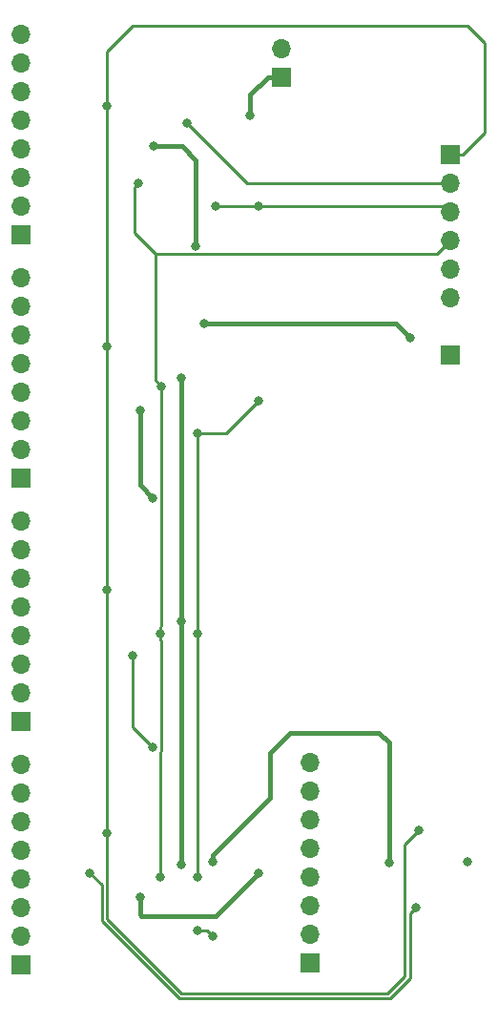
<source format=gbr>
G04 #@! TF.GenerationSoftware,KiCad,Pcbnew,5.0.2-bee76a0~70~ubuntu18.04.1*
G04 #@! TF.CreationDate,2019-01-09T10:49:10-06:00*
G04 #@! TF.ProjectId,giant,6769616e-742e-46b6-9963-61645f706362,rev?*
G04 #@! TF.SameCoordinates,Original*
G04 #@! TF.FileFunction,Copper,L2,Bot*
G04 #@! TF.FilePolarity,Positive*
%FSLAX46Y46*%
G04 Gerber Fmt 4.6, Leading zero omitted, Abs format (unit mm)*
G04 Created by KiCad (PCBNEW 5.0.2-bee76a0~70~ubuntu18.04.1) date Wed 09 Jan 2019 10:49:10 AM CST*
%MOMM*%
%LPD*%
G01*
G04 APERTURE LIST*
G04 #@! TA.AperFunction,ComponentPad*
%ADD10R,1.700000X1.700000*%
G04 #@! TD*
G04 #@! TA.AperFunction,ComponentPad*
%ADD11O,1.700000X1.700000*%
G04 #@! TD*
G04 #@! TA.AperFunction,ViaPad*
%ADD12C,0.800000*%
G04 #@! TD*
G04 #@! TA.AperFunction,Conductor*
%ADD13C,0.250000*%
G04 #@! TD*
G04 #@! TA.AperFunction,Conductor*
%ADD14C,0.400000*%
G04 #@! TD*
G04 APERTURE END LIST*
D10*
G04 #@! TO.P,J2,1*
G04 #@! TO.N,Net-(IC1-Pad3)*
X104140000Y-107188000D03*
G04 #@! TD*
D11*
G04 #@! TO.P,J1,2*
G04 #@! TO.N,Net-(C1-Pad2)*
X89154000Y-80010000D03*
D10*
G04 #@! TO.P,J1,1*
G04 #@! TO.N,Net-(C1-Pad1)*
X89154000Y-82550000D03*
G04 #@! TD*
G04 #@! TO.P,J3,1*
G04 #@! TO.N,Net-(J3-Pad1)*
X104140000Y-89408000D03*
D11*
G04 #@! TO.P,J3,2*
G04 #@! TO.N,Net-(J3-Pad2)*
X104140000Y-91948000D03*
G04 #@! TO.P,J3,3*
G04 #@! TO.N,Net-(J3-Pad3)*
X104140000Y-94488000D03*
G04 #@! TO.P,J3,4*
G04 #@! TO.N,Net-(J3-Pad4)*
X104140000Y-97028000D03*
G04 #@! TO.P,J3,5*
G04 #@! TO.N,Net-(IC1-Pad3)*
X104140000Y-99568000D03*
G04 #@! TO.P,J3,6*
G04 #@! TO.N,Net-(C1-Pad1)*
X104140000Y-102108000D03*
G04 #@! TD*
D10*
G04 #@! TO.P,segment5,1*
G04 #@! TO.N,Net-(R40-Pad1)*
X91666561Y-161150629D03*
D11*
G04 #@! TO.P,segment5,2*
G04 #@! TO.N,Net-(R39-Pad1)*
X91666561Y-158610629D03*
G04 #@! TO.P,segment5,3*
G04 #@! TO.N,Net-(R38-Pad1)*
X91666561Y-156070629D03*
G04 #@! TO.P,segment5,4*
G04 #@! TO.N,Net-(R37-Pad1)*
X91666561Y-153530629D03*
G04 #@! TO.P,segment5,5*
G04 #@! TO.N,Net-(R36-Pad1)*
X91666561Y-150990629D03*
G04 #@! TO.P,segment5,6*
G04 #@! TO.N,Net-(R35-Pad1)*
X91666561Y-148450629D03*
G04 #@! TO.P,segment5,7*
G04 #@! TO.N,Net-(R34-Pad1)*
X91666561Y-145910629D03*
G04 #@! TO.P,segment5,8*
G04 #@! TO.N,Net-(R33-Pad1)*
X91666561Y-143370629D03*
G04 #@! TD*
G04 #@! TO.P,segment1,8*
G04 #@! TO.N,Net-(R1-Pad1)*
X66040000Y-78740000D03*
G04 #@! TO.P,segment1,7*
G04 #@! TO.N,Net-(R2-Pad1)*
X66040000Y-81280000D03*
G04 #@! TO.P,segment1,6*
G04 #@! TO.N,Net-(R3-Pad1)*
X66040000Y-83820000D03*
G04 #@! TO.P,segment1,5*
G04 #@! TO.N,Net-(R4-Pad1)*
X66040000Y-86360000D03*
G04 #@! TO.P,segment1,4*
G04 #@! TO.N,Net-(R5-Pad1)*
X66040000Y-88900000D03*
G04 #@! TO.P,segment1,3*
G04 #@! TO.N,Net-(R6-Pad1)*
X66040000Y-91440000D03*
G04 #@! TO.P,segment1,2*
G04 #@! TO.N,Net-(R7-Pad1)*
X66040000Y-93980000D03*
D10*
G04 #@! TO.P,segment1,1*
G04 #@! TO.N,Net-(R8-Pad1)*
X66040000Y-96520000D03*
G04 #@! TD*
G04 #@! TO.P,segment3,1*
G04 #@! TO.N,Net-(R24-Pad1)*
X66040000Y-139700000D03*
D11*
G04 #@! TO.P,segment3,2*
G04 #@! TO.N,Net-(R23-Pad1)*
X66040000Y-137160000D03*
G04 #@! TO.P,segment3,3*
G04 #@! TO.N,Net-(R22-Pad1)*
X66040000Y-134620000D03*
G04 #@! TO.P,segment3,4*
G04 #@! TO.N,Net-(R21-Pad1)*
X66040000Y-132080000D03*
G04 #@! TO.P,segment3,5*
G04 #@! TO.N,Net-(R20-Pad1)*
X66040000Y-129540000D03*
G04 #@! TO.P,segment3,6*
G04 #@! TO.N,Net-(R19-Pad1)*
X66040000Y-127000000D03*
G04 #@! TO.P,segment3,7*
G04 #@! TO.N,Net-(R18-Pad1)*
X66040000Y-124460000D03*
G04 #@! TO.P,segment3,8*
G04 #@! TO.N,Net-(R17-Pad1)*
X66040000Y-121920000D03*
G04 #@! TD*
G04 #@! TO.P,segment4,8*
G04 #@! TO.N,Net-(R25-Pad1)*
X66040000Y-143510000D03*
G04 #@! TO.P,segment4,7*
G04 #@! TO.N,Net-(R26-Pad1)*
X66040000Y-146050000D03*
G04 #@! TO.P,segment4,6*
G04 #@! TO.N,Net-(R27-Pad1)*
X66040000Y-148590000D03*
G04 #@! TO.P,segment4,5*
G04 #@! TO.N,Net-(R28-Pad1)*
X66040000Y-151130000D03*
G04 #@! TO.P,segment4,4*
G04 #@! TO.N,Net-(R29-Pad1)*
X66040000Y-153670000D03*
G04 #@! TO.P,segment4,3*
G04 #@! TO.N,Net-(R30-Pad1)*
X66040000Y-156210000D03*
G04 #@! TO.P,segment4,2*
G04 #@! TO.N,Net-(R31-Pad1)*
X66040000Y-158750000D03*
D10*
G04 #@! TO.P,segment4,1*
G04 #@! TO.N,Net-(R32-Pad1)*
X66040000Y-161290000D03*
G04 #@! TD*
G04 #@! TO.P,segment2,1*
G04 #@! TO.N,Net-(R16-Pad1)*
X66040000Y-118110000D03*
D11*
G04 #@! TO.P,segment2,2*
G04 #@! TO.N,Net-(R15-Pad1)*
X66040000Y-115570000D03*
G04 #@! TO.P,segment2,3*
G04 #@! TO.N,Net-(R14-Pad1)*
X66040000Y-113030000D03*
G04 #@! TO.P,segment2,4*
G04 #@! TO.N,Net-(R13-Pad1)*
X66040000Y-110490000D03*
G04 #@! TO.P,segment2,5*
G04 #@! TO.N,Net-(R12-Pad1)*
X66040000Y-107950000D03*
G04 #@! TO.P,segment2,6*
G04 #@! TO.N,Net-(R11-Pad1)*
X66040000Y-105410000D03*
G04 #@! TO.P,segment2,7*
G04 #@! TO.N,Net-(R10-Pad1)*
X66040000Y-102870000D03*
G04 #@! TO.P,segment2,8*
G04 #@! TO.N,Net-(R9-Pad1)*
X66040000Y-100330000D03*
G04 #@! TD*
D12*
G04 #@! TO.N,Net-(J3-Pad1)*
X73660000Y-85090000D03*
X73660000Y-106426000D03*
X73660000Y-149606000D03*
X73660000Y-128016000D03*
X101346000Y-149352000D03*
G04 #@! TO.N,Net-(J3-Pad2)*
X80700500Y-86614000D03*
G04 #@! TO.N,Net-(J3-Pad3)*
X83312000Y-93980000D03*
X81635000Y-114147000D03*
X87122000Y-111252000D03*
X87122000Y-93980000D03*
X81635000Y-131927000D03*
X81635000Y-153569000D03*
X83058000Y-158750000D03*
X81635000Y-158242000D03*
G04 #@! TO.N,Net-(J3-Pad4)*
X76454000Y-91948000D03*
X78486000Y-109982000D03*
X78385000Y-131927000D03*
X78385000Y-153517000D03*
X101092000Y-156210000D03*
X72136000Y-153162000D03*
G04 #@! TO.N,Net-(C1-Pad1)*
X86360000Y-85980500D03*
G04 #@! TO.N,Net-(IC1-Pad3)*
X82296000Y-104394000D03*
X100584000Y-105664000D03*
X80264000Y-109220000D03*
X80264000Y-130810000D03*
X80264000Y-152400000D03*
X105664000Y-152146000D03*
X83047000Y-152157000D03*
X98671372Y-152280628D03*
G04 #@! TO.N,Net-(LED4-Pad9)*
X76564000Y-155338000D03*
X87122000Y-153162000D03*
G04 #@! TO.N,Net-(LED2-Pad9)*
X77724000Y-119888000D03*
X76564000Y-112158000D03*
G04 #@! TO.N,Net-(LED1-Pad9)*
X77735000Y-88657000D03*
X81534000Y-97536000D03*
G04 #@! TO.N,Net-(LED3-Pad9)*
X77724000Y-141986000D03*
X75946000Y-133858000D03*
G04 #@! TD*
D13*
G04 #@! TO.N,Net-(J3-Pad1)*
X73660000Y-85090000D02*
X73660000Y-106426000D01*
X73660000Y-106426000D02*
X73660000Y-106426000D01*
X73660000Y-106426000D02*
X73660000Y-128016000D01*
X73660000Y-149606000D02*
X73660000Y-149606000D01*
X73660000Y-128016000D02*
X73660000Y-149606000D01*
X73660000Y-85090000D02*
X73660000Y-80264000D01*
X73660000Y-80264000D02*
X75089001Y-78834999D01*
X75089001Y-78834999D02*
X75946000Y-77978000D01*
X75946000Y-77978000D02*
X105664000Y-77978000D01*
X105664000Y-77978000D02*
X107188000Y-79502000D01*
X107188000Y-87460000D02*
X107188000Y-86360000D01*
X104140000Y-89408000D02*
X105240000Y-89408000D01*
X105240000Y-89408000D02*
X107188000Y-87460000D01*
X107188000Y-79502000D02*
X107188000Y-86360000D01*
X107188000Y-86360000D02*
X107188000Y-86868000D01*
X73660000Y-149606000D02*
X73660000Y-150171685D01*
X73660000Y-150171685D02*
X73660000Y-157226000D01*
X73660000Y-157226000D02*
X80264000Y-163830000D01*
X80264000Y-163830000D02*
X91272192Y-163830000D01*
X91272192Y-163830000D02*
X98552000Y-163830000D01*
X98552000Y-163830000D02*
X100076000Y-162306000D01*
X100076000Y-162306000D02*
X100076000Y-150622000D01*
X100076000Y-150622000D02*
X101346000Y-149352000D01*
X101346000Y-149352000D02*
X101346000Y-149352000D01*
G04 #@! TO.N,Net-(J3-Pad2)*
X86034500Y-91948000D02*
X80700500Y-86614000D01*
X104140000Y-91948000D02*
X86034500Y-91948000D01*
G04 #@! TO.N,Net-(J3-Pad3)*
X103632000Y-93980000D02*
X104140000Y-94488000D01*
X83312000Y-93980000D02*
X87122000Y-93980000D01*
X81635000Y-114147000D02*
X84227000Y-114147000D01*
X84227000Y-114147000D02*
X87122000Y-111252000D01*
X87122000Y-111252000D02*
X87122000Y-111252000D01*
X87122000Y-93980000D02*
X103632000Y-93980000D01*
X81635000Y-131361315D02*
X81635000Y-114147000D01*
X81635000Y-131927000D02*
X81635000Y-131361315D01*
X81635000Y-153569000D02*
X81635000Y-131927000D01*
X82550000Y-158242000D02*
X83058000Y-158750000D01*
X81635000Y-158242000D02*
X82550000Y-158242000D01*
G04 #@! TO.N,Net-(J3-Pad4)*
X76054001Y-92347999D02*
X76054001Y-96374001D01*
X76454000Y-91948000D02*
X76054001Y-92347999D01*
X103290001Y-97877999D02*
X104140000Y-97028000D01*
X102906999Y-98261001D02*
X103290001Y-97877999D01*
X77941001Y-98261001D02*
X102906999Y-98261001D01*
X76054001Y-96374001D02*
X77941001Y-98261001D01*
X77941001Y-98261001D02*
X77941001Y-109437001D01*
X77941001Y-109437001D02*
X78486000Y-109982000D01*
X78486000Y-109982000D02*
X78486000Y-109982000D01*
X78486000Y-110547685D02*
X78486000Y-109982000D01*
X78486000Y-131260315D02*
X78486000Y-110547685D01*
X78385000Y-131361315D02*
X78486000Y-131260315D01*
X78385000Y-131927000D02*
X78385000Y-131361315D01*
X78449001Y-132556686D02*
X78385000Y-132492685D01*
X78449001Y-142334001D02*
X78449001Y-132556686D01*
X78385000Y-132492685D02*
X78385000Y-131927000D01*
X78385000Y-142398002D02*
X78449001Y-142334001D01*
X78385000Y-153517000D02*
X78385000Y-142398002D01*
X98738400Y-164280010D02*
X80077599Y-164280009D01*
X100526009Y-162492401D02*
X98738400Y-164280010D01*
X101092000Y-156210000D02*
X100526010Y-156775990D01*
X100526010Y-156775990D02*
X100526009Y-162492401D01*
X73209991Y-157412401D02*
X73209991Y-154489991D01*
X80077599Y-164280009D02*
X73209991Y-157412401D01*
X73209991Y-154489991D02*
X73209991Y-154235991D01*
X73209991Y-154235991D02*
X72136000Y-153162000D01*
X72136000Y-153162000D02*
X72136000Y-153162000D01*
D14*
G04 #@! TO.N,Net-(C1-Pad1)*
X87904000Y-82550000D02*
X89154000Y-82550000D01*
X86360000Y-84094000D02*
X87904000Y-82550000D01*
X86360000Y-85980500D02*
X86360000Y-84094000D01*
G04 #@! TO.N,Net-(IC1-Pad3)*
X82296000Y-104394000D02*
X99314000Y-104394000D01*
X99314000Y-104394000D02*
X100584000Y-105664000D01*
X80264000Y-109220000D02*
X80264000Y-130810000D01*
X80264000Y-130810000D02*
X80264000Y-152400000D01*
X98671372Y-152280628D02*
X98671372Y-152280628D01*
X83047000Y-151591315D02*
X88138000Y-146500315D01*
X83047000Y-152157000D02*
X83047000Y-151591315D01*
X88138000Y-146500315D02*
X88138000Y-142494000D01*
X88138000Y-142494000D02*
X89916000Y-140716000D01*
X89916000Y-140716000D02*
X97790000Y-140716000D01*
X98671372Y-141597372D02*
X98671372Y-152280628D01*
X97790000Y-140716000D02*
X98671372Y-141597372D01*
G04 #@! TO.N,Net-(LED4-Pad9)*
X76564000Y-155338000D02*
X76564000Y-156828000D01*
X76564000Y-156828000D02*
X76708000Y-156972000D01*
X76708000Y-156972000D02*
X83312000Y-156972000D01*
X83312000Y-156972000D02*
X87122000Y-153162000D01*
X87122000Y-153162000D02*
X87122000Y-153162000D01*
G04 #@! TO.N,Net-(LED2-Pad9)*
X76564000Y-118728000D02*
X77724000Y-119888000D01*
X76564000Y-112158000D02*
X76564000Y-118728000D01*
G04 #@! TO.N,Net-(LED1-Pad9)*
X77735000Y-88657000D02*
X80275000Y-88657000D01*
X80275000Y-88657000D02*
X81534000Y-89916000D01*
X81534000Y-89916000D02*
X81534000Y-97536000D01*
X81534000Y-97536000D02*
X81534000Y-97536000D01*
D13*
G04 #@! TO.N,Net-(LED3-Pad9)*
X75946000Y-140208000D02*
X77724000Y-141986000D01*
X75946000Y-133858000D02*
X75946000Y-140208000D01*
G04 #@! TD*
M02*

</source>
